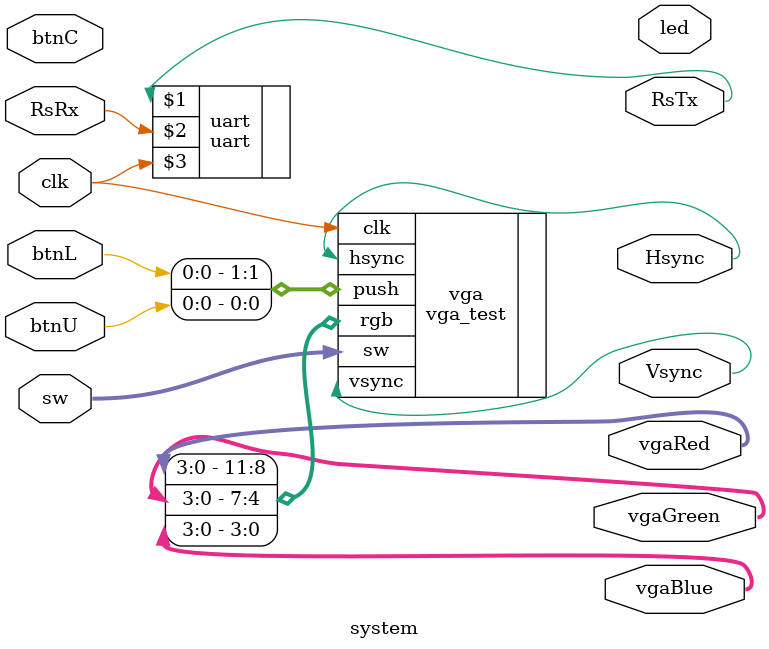
<source format=v>
`timescale 1ns / 1ps


module system(
    input wire [11:0]sw, //vga
    input btnC, btnU, btnL, //vga
    output wire Hsync, Vsync, //vga
    output wire [3:0] vgaRed, vgaGreen, vgaBlue, //vga
    output wire RsTx, //uart
    input wire RsRx, //uart
    output wire [10:0] led, //uart
    input clk //both
    );
    
    vga_test vga(
        .clk(clk), .sw(sw),
        .push({btnL, btnU}),
        .hsync(Hsync), .vsync(Vsync),
        .rgb({vgaRed, vgaGreen, vgaBlue})
        );
    
    uart uart(RsTx,RsRx,clk);
    
endmodule

</source>
